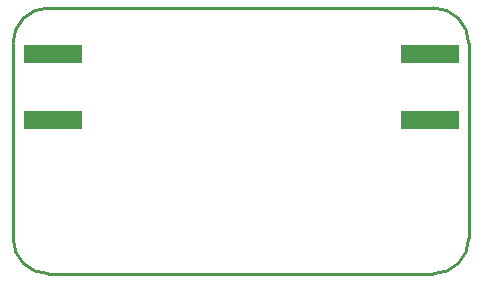
<source format=gbp>
G04*
G04 #@! TF.GenerationSoftware,Altium Limited,Altium Designer,20.0.10 (225)*
G04*
G04 Layer_Color=128*
%FSLAX25Y25*%
%MOIN*%
G70*
G01*
G75*
%ADD12C,0.01000*%
%ADD16R,0.19685X0.06299*%
D12*
X305118Y381890D02*
G03*
X316929Y393701I0J11811D01*
G01*
X165000D02*
G03*
X176811Y381890I11811J0D01*
G01*
X316929Y458689D02*
G03*
X305118Y470500I-11811J0D01*
G01*
X176811D02*
G03*
X165000Y458689I0J-11811D01*
G01*
X316929Y393701D02*
Y458689D01*
X176811Y381890D02*
X305118D01*
X165000Y393701D02*
Y458500D01*
X176811Y470500D02*
X305118D01*
D16*
X304095Y455042D02*
D03*
Y433231D02*
D03*
X178189D02*
D03*
Y455042D02*
D03*
M02*

</source>
